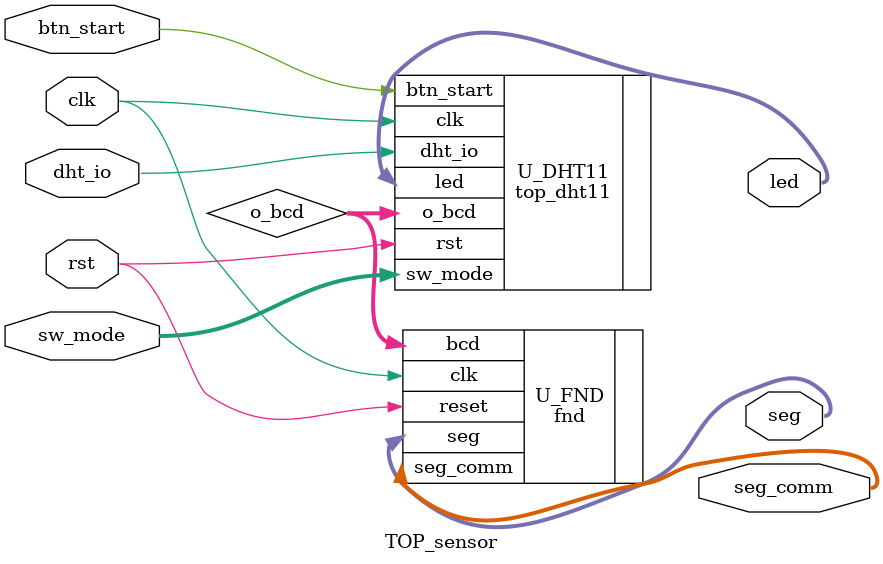
<source format=v>
`timescale 1ns / 1ps

module TOP_sensor(
    input clk,
    input rst,
    input btn_start,
    input [1:0] sw_mode,
    output [3:0] led,
    inout dht_io,
    output [7:0] seg,
    output [3:0] seg_comm
    );

    wire [15:0] o_bcd;

    top_dht11 U_DHT11 (
    .clk(clk),
    .rst(rst),
    .btn_start(btn_start),
    .sw_mode(sw_mode),
    .led(led),
    .dht_io(dht_io),
    .o_bcd(o_bcd)
    );

    fnd U_FND (
        .clk(clk),
        .reset(rst),
        .bcd(o_bcd),
        //.sw_mode(sw_mode),
        .seg(seg),
        .seg_comm(seg_comm)
    );
endmodule

</source>
